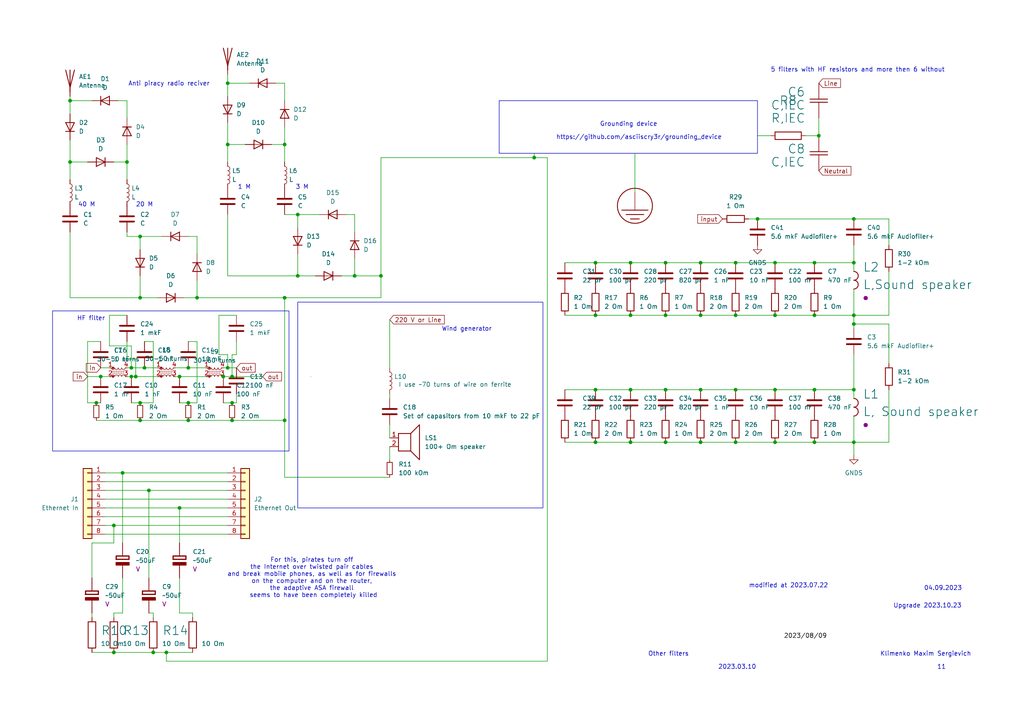
<source format=kicad_sch>
(kicad_sch (version 20231120) (generator "eeschema") (generator_version "8.0")
  (paper "A4")
  (lib_symbols
    (symbol "Device:Antenna" (pin_numbers hide) (pin_names (offset 1.016) hide)
      (property "Reference" "AE" (at -1.905 1.905 0))
      (property "Value" "Antenna" (at -1.905 0 0))
      (symbol "Antenna_0_1"
        (polyline (pts (xy 0 2.54) (xy 0 -3.81)) (stroke (width 0.254)))
        (polyline (pts (xy 1.27 2.54) (xy 0 -2.54) (xy -1.27 2.54)) (stroke (width 0.254)))
      )
      (symbol "Antenna_1_1"
        (pin input line (at 0 -5.08 90) (length 2.54) (name "A") (number "1"))
      )
    )
    (symbol "Device:C" (pin_numbers hide) (pin_names (offset 0.254))
      (property "Reference" "C" (at 0.635 2.54 0))
      (property "Value" "C" (at 0.635 -2.54 0))
      (symbol "C_0_1"
        (polyline (pts (xy -2.032 -0.762) (xy 2.032 -0.762)) (stroke (width 0.508)))
        (polyline (pts (xy -2.032 0.762) (xy 2.032 0.762)) (stroke (width 0.508)))
      )
      (symbol "C_1_1"
        (pin passive line (at 0 3.81 270) (length 2.794) (name "~") (number "1"))
        (pin passive line (at 0 -3.81 90) (length 2.794) (name "~") (number "2"))
      )
    )
    (symbol "Device:D" (pin_numbers hide) (pin_names (offset 1.016) hide)
      (property "Reference" "D" (at 0 2.54 0))
      (property "Value" "D" (at 0 -2.54 0))
      (symbol "D_0_1"
        (polyline (pts (xy -1.27 1.27) (xy -1.27 -1.27)) (stroke (width 0.254)))
        (polyline (pts (xy 1.27 0) (xy -1.27 0)))
        (polyline (pts (xy 1.27 1.27) (xy 1.27 -1.27) (xy -1.27 0) (xy 1.27 1.27)) (stroke (width 0.254)))
      )
      (symbol "D_1_1"
        (pin passive line (at -3.81 0 0) (length 2.54) (name "K") (number "1"))
        (pin passive line (at 3.81 0 180) (length 2.54) (name "A") (number "2"))
      )
    )
    (symbol "Device:L" (pin_numbers hide) (pin_names (offset 1.016) hide)
      (property "Reference" "L" (at -1.27 0 90))
      (property "Value" "L" (at 1.905 0 90))
      (symbol "L_0_1"
        (arc (start 0 -2.54) (mid 0.6323 -1.905) (end 0 -1.27))
        (arc (start 0 -1.27) (mid 0.6323 -0.635) (end 0 0))
        (arc (start 0 0) (mid 0.6323 0.635) (end 0 1.27))
        (arc (start 0 1.27) (mid 0.6323 1.905) (end 0 2.54))
      )
      (symbol "L_1_1"
        (pin passive line (at 0 3.81 270) (length 1.27) (name "1") (number "1"))
        (pin passive line (at 0 -3.81 90) (length 1.27) (name "2") (number "2"))
      )
    )
    (symbol "Device:L_Ferrite_Coupled_Small_1423" (pin_names (offset 0.254) hide)
      (property "Reference" "L" (at 0 3.175 0))
      (property "Value" "L_Ferrite_Coupled_Small_1423" (at 0 -3.175 0))
      (symbol "L_Ferrite_Coupled_Small_1423_0_1"
        (arc (start -2.032 1.27) (mid -1.524 0.7642) (end -1.016 1.27))
        (circle (center -1.524 -1.27) (radius 0.254) (fill (type outline)))
        (circle (center -1.524 1.27) (radius 0.254) (fill (type outline)))
        (arc (start -1.016 -1.27) (mid -1.524 -0.7642) (end -2.032 -1.27))
        (arc (start -1.016 1.27) (mid -0.508 0.7642) (end 0 1.27))
        (arc (start 0 -1.27) (mid -0.508 -0.7642) (end -1.016 -1.27))
        (polyline (pts (xy -1.651 0.254) (xy -1.397 0.254)))
        (polyline (pts (xy -1.397 -0.254) (xy -1.651 -0.254)))
        (polyline (pts (xy -1.143 0.254) (xy -0.889 0.254)))
        (polyline (pts (xy -0.889 -0.254) (xy -1.143 -0.254)))
        (polyline (pts (xy -0.635 0.254) (xy -0.381 0.254)))
        (polyline (pts (xy -0.381 -0.254) (xy -0.635 -0.254)))
        (polyline (pts (xy -0.127 0.254) (xy 0.127 0.254)))
        (polyline (pts (xy 0.127 -0.254) (xy -0.127 -0.254)))
        (polyline (pts (xy 0.381 0.254) (xy 0.635 0.254)))
        (polyline (pts (xy 0.635 -0.254) (xy 0.381 -0.254)))
        (polyline (pts (xy 0.889 0.254) (xy 1.143 0.254)))
        (polyline (pts (xy 1.143 -0.254) (xy 0.889 -0.254)))
        (polyline (pts (xy 1.397 0.254) (xy 1.651 0.254)))
        (polyline (pts (xy 1.651 -0.254) (xy 1.397 -0.254)))
        (arc (start 0 1.27) (mid 0.508 0.7642) (end 1.016 1.27))
        (arc (start 1.016 -1.27) (mid 0.508 -0.7642) (end 0 -1.27))
        (arc (start 1.016 1.27) (mid 1.524 0.7642) (end 2.032 1.27))
        (arc (start 2.032 -1.27) (mid 1.524 -0.7642) (end 1.016 -1.27))
      )
      (symbol "L_Ferrite_Coupled_Small_1423_1_1"
        (pin passive line (at -2.54 1.27 0) (length 0.508) (name "1") (number "1"))
        (pin passive line (at -2.54 -1.27 0) (length 0.508) (name "2") (number "2"))
        (pin passive line (at 2.54 -1.27 180) (length 0.508) (name "3") (number "3"))
        (pin passive line (at 2.54 1.27 180) (length 0.508) (name "4") (number "4"))
      )
    )
    (symbol "Device:R" (pin_numbers hide) (pin_names (offset 0))
      (property "Reference" "R" (at 2.032 0 90))
      (property "Value" "R" (at 0 0 90))
      (symbol "R_0_1"
        (rectangle (start -1.016 -2.54) (end 1.016 2.54) (stroke (width 0.254)))
      )
      (symbol "R_1_1"
        (pin passive line (at 0 3.81 270) (length 1.27) (name "~") (number "1"))
        (pin passive line (at 0 -3.81 90) (length 1.27) (name "~") (number "2"))
      )
    )
    (symbol "Device:R_Small" (pin_numbers hide) (pin_names (offset 0.254) hide)
      (property "Reference" "R" (at 0.762 0.508 0))
      (property "Value" "R_Small" (at 0.762 -1.016 0))
      (symbol "R_Small_0_1"
        (rectangle (start -0.762 1.778) (end 0.762 -1.778) (stroke (width 0.2032)))
      )
      (symbol "R_Small_1_1"
        (pin passive line (at 0 2.54 270) (length 0.762) (name "~") (number "1"))
        (pin passive line (at 0 -2.54 90) (length 0.762) (name "~") (number "2"))
      )
    )
    (symbol "Device:Speaker" (pin_names (offset 0) hide)
      (property "Reference" "LS" (at 1.27 5.715 0))
      (property "Value" "Speaker" (at 1.27 3.81 0))
      (symbol "Speaker_0_0"
        (rectangle (start -2.54 1.27) (end 1.016 -3.81) (stroke (width 0.254)))
        (polyline (pts (xy 1.016 1.27) (xy 3.556 3.81) (xy 3.556 -6.35) (xy 1.016 -3.81)) (stroke (width 0.254)))
      )
      (symbol "Speaker_1_1"
        (pin input line (at -5.08 0 0) (length 2.54) (name "1") (number "1"))
        (pin input line (at -5.08 -2.54 0) (length 2.54) (name "2") (number "2"))
      )
    )
    (symbol "PCM_4ms_Connector:Conn_01x08" (pin_names (offset 1.016) hide)
      (property "Reference" "J" (at 0 10.16 0))
      (property "Value" "Conn_01x08" (at -1.27 -13.97 0))
      (symbol "Conn_01x08_0_0"
        (pin passive line (at -5.08 -2.54 0) (length 3.81) (name "Pin_5") (number "5"))
        (pin passive line (at -5.08 -5.08 0) (length 3.81) (name "Pin_6") (number "6"))
        (pin passive line (at -5.08 -7.62 0) (length 3.81) (name "Pin_7") (number "7"))
        (pin passive line (at -5.08 -10.16 0) (length 3.81) (name "Pin_8") (number "8"))
      )
      (symbol "Conn_01x08_1_1"
        (rectangle (start -1.27 -10.033) (end 0 -10.287) (stroke (width 0.1524)))
        (rectangle (start -1.27 -7.493) (end 0 -7.747) (stroke (width 0.1524)))
        (rectangle (start -1.27 -4.953) (end 0 -5.207) (stroke (width 0.1524)))
        (rectangle (start -1.27 -2.413) (end 0 -2.667) (stroke (width 0.1524)))
        (rectangle (start -1.27 0.127) (end 0 -0.127) (stroke (width 0.1524)))
        (rectangle (start -1.27 2.667) (end 0 2.413) (stroke (width 0.1524)))
        (rectangle (start -1.27 5.207) (end 0 4.953) (stroke (width 0.1524)))
        (rectangle (start -1.27 7.747) (end 0 7.493) (stroke (width 0.1524)))
        (rectangle (start -1.27 8.89) (end 1.27 -11.43) (stroke (width 0.254)) (fill (type background)))
        (pin passive line (at -5.08 7.62 0) (length 3.81) (name "Pin_1") (number "1"))
        (pin passive line (at -5.08 5.08 0) (length 3.81) (name "Pin_2") (number "2"))
        (pin passive line (at -5.08 2.54 0) (length 3.81) (name "Pin_3") (number "3"))
        (pin passive line (at -5.08 0 0) (length 3.81) (name "Pin_4") (number "4"))
      )
    )
    (symbol "PCM_Elektuur:C-polar" (pin_numbers hide) (pin_names (offset 0) hide)
      (property "Reference" "C" (at 0.635 3.175 0))
      (property "Value" "C-polar" (at 0.635 -3.175 0))
      (property "Rating" "V" (at -0.635 -3.175 0))
      (symbol "C-polar_1_1"
        (rectangle (start -1.905 -0.5842) (end 1.905 -1.3462) (stroke (width 0.254)) (fill (type outline)))
        (polyline (pts (xy -1.905 0.2794) (xy 1.905 0.2794) (xy 1.905 1.3462) (xy -1.905 1.3462) (xy -1.905 0.2794) (xy -1.8034 0.381) (xy -1.8034 1.2446) (xy 1.8034 1.2446) (xy 1.8034 0.381) (xy -1.8034 0.381) (xy -1.905 0.2794)) (stroke (width 0.254)) (fill (type outline)))
        (pin passive line (at 0 5.08 270) (length 3.7338) (name "+") (number "1"))
        (pin passive line (at 0 -5.08 90) (length 3.7338) (name "-") (number "2"))
      )
      (symbol "C-polar_1_2"
        (rectangle (start -1.905 -0.4318) (end 1.905 -1.1938) (stroke (width 0.254)) (fill (type outline)))
        (polyline (pts (xy -1.905 0.4318) (xy 1.905 0.4318) (xy 1.905 1.4986) (xy -1.905 1.4986) (xy -1.905 0.4318) (xy -1.8034 0.5334) (xy -1.8034 1.397) (xy 1.8034 1.397) (xy 1.8034 0.5334) (xy -1.8034 0.5334) (xy -1.905 0.4318)) (stroke (width 0.254)) (fill (type outline)))
        (pin passive line (at 0 5.08 270) (length 3.5814) (name "+") (number "1"))
        (pin passive line (at 0 -5.08 90) (length 3.8862) (name "-") (number "2"))
      )
    )
    (symbol "PCM_Generic:C,IEC" (pin_numbers hide) (pin_names (offset 0) hide)
      (property "Reference" "C" (at 2.54 2.54 0))
      (property "Value" "C,IEC" (at 2.54 -2.54 0))
      (property "Indicator" "+" (at -2.54 2.54 0))
      (symbol "C,IEC_1_1"
        (polyline (pts (xy -2.54 -0.4572) (xy 2.54 -0.4572)) (stroke (width 0.254)))
        (polyline (pts (xy -2.54 0.4572) (xy 2.54 0.4572)) (stroke (width 0.254)))
        (pin passive line (at 0 5.08 270) (length 4.6228) (name "+") (number "1"))
        (pin passive line (at 0 -5.08 90) (length 4.6228) (name "-") (number "2"))
      )
    )
    (symbol "PCM_Generic:L,current,IEC" (pin_numbers hide) (pin_names (offset 0) hide)
      (property "Reference" "L" (at 2.54 2.54 0))
      (property "Value" "L,current,IEC" (at 2.54 -2.54 0))
      (property "Indicator" "●" (at -1.27 1.27 0))
      (symbol "L,current,IEC_1_1"
        (arc (start 0 -2.54) (mid 1.2645 -1.27) (end 0 0) (stroke (width 0.254)))
        (arc (start 0 0) (mid 1.2645 1.27) (end 0 2.54) (stroke (width 0.254)))
        (pin passive line (at 0 2.54 0) (length 0) (name "+") (number "1"))
        (pin passive line (at 0 -2.54 0) (length 0) (name "-") (number "2"))
      )
    )
    (symbol "PCM_Generic:P,PE" (power) (pin_numbers hide) (pin_names (offset 3.81))
      (symbol "P,PE_1_1"
        (circle (center 0 -3.81) (radius 5.08) (stroke (width 0.254)))
        (polyline (pts (xy -3.81 -5.08) (xy 3.81 -5.08)) (stroke (width 0.254)))
        (polyline (pts (xy -2.54 -6.35) (xy 2.54 -6.35)) (stroke (width 0.254)))
        (polyline (pts (xy -1.27 -7.62) (xy 1.27 -7.62)) (stroke (width 0.254)))
        (polyline (pts (xy 0 0) (xy 0 -5.08)))
        (pin power_in line (at 0 0 0) (length 0) hide (name "PE") (number "0"))
      )
    )
    (symbol "PCM_Generic:R,IEC" (pin_numbers hide) (pin_names (offset 0) hide)
      (property "Reference" "R" (at 2.54 2.54 0))
      (property "Value" "R,IEC" (at 2.54 -2.54 0))
      (symbol "R,IEC_1_1"
        (rectangle (start -1.0922 3.81) (end 1.0922 -3.81) (stroke (width 0.254)))
        (pin passive line (at 0 5.08 270) (length 1.27) (name "+") (number "1"))
        (pin passive line (at 0 -5.08 90) (length 1.27) (name "-") (number "2"))
      )
    )
    (symbol "power:GNDS" (power) (pin_numbers hide) (pin_names (offset 0) hide)
      (property "Value" "GNDS" (at 0 -3.81 0))
      (symbol "GNDS_0_1"
        (polyline (pts (xy 0 0) (xy 0 -1.27) (xy 1.27 -1.27) (xy 0 -2.54) (xy -1.27 -1.27) (xy 0 -1.27)))
      )
      (symbol "GNDS_1_1"
        (pin power_in line (at 0 0 270) (length 0) (name "~") (number "1"))
      )
    )
  )
  (junction (at 203.2 76.2))
  (junction (at 224.79 113.03))
  (junction (at 172.72 91.44))
  (junction (at 54.61 116.84))
  (junction (at 29.21 109.22))
  (junction (at 40.64 68.58))
  (junction (at 40.64 116.84))
  (junction (at 224.79 91.44))
  (junction (at 67.31 116.84))
  (junction (at 247.65 128.27))
  (junction (at 52.07 109.22))
  (junction (at 182.88 76.2))
  (junction (at 110.49 80.01))
  (junction (at 213.36 91.44))
  (junction (at 66.04 41.91))
  (junction (at 247.65 76.2))
  (junction (at 33.02 189.23))
  (junction (at 172.72 76.2))
  (junction (at 20.32 29.21))
  (junction (at 236.22 91.44))
  (junction (at 236.22 113.03))
  (junction (at 41.91 106.68))
  (junction (at 247.65 91.44))
  (junction (at 82.55 121.92))
  (junction (at 236.22 76.2))
  (junction (at 40.64 86.36))
  (junction (at 219.71 63.5))
  (junction (at 247.65 113.03))
  (junction (at 182.88 128.27))
  (junction (at 35.56 137.16))
  (junction (at 66.04 24.13))
  (junction (at 236.22 128.27))
  (junction (at 86.36 62.23))
  (junction (at 172.72 113.03))
  (junction (at 102.87 80.01))
  (junction (at 27.94 116.84))
  (junction (at 67.31 121.92))
  (junction (at 154.94 45.72))
  (junction (at 86.36 80.01))
  (junction (at 57.15 86.36))
  (junction (at 247.65 93.98))
  (junction (at 44.45 189.23))
  (junction (at 172.72 128.27))
  (junction (at 203.2 113.03))
  (junction (at 213.36 113.03))
  (junction (at 54.61 106.68))
  (junction (at 213.36 76.2))
  (junction (at 43.18 142.24))
  (junction (at 33.02 152.4))
  (junction (at 67.31 109.22))
  (junction (at 38.1 106.68))
  (junction (at 224.79 76.2))
  (junction (at 52.07 147.32))
  (junction (at 213.36 128.27))
  (junction (at 193.04 113.03))
  (junction (at 40.64 121.92))
  (junction (at 20.32 46.99))
  (junction (at 237.49 39.37))
  (junction (at 48.26 189.23))
  (junction (at 39.37 109.22))
  (junction (at 38.1 109.22))
  (junction (at 203.2 91.44))
  (junction (at 193.04 128.27))
  (junction (at 54.61 121.92))
  (junction (at 203.2 128.27))
  (junction (at 36.83 46.99))
  (junction (at 64.77 109.22))
  (junction (at 66.04 106.68))
  (junction (at 193.04 91.44))
  (junction (at 82.55 86.36))
  (junction (at 82.55 41.91))
  (junction (at 182.88 91.44))
  (junction (at 193.04 76.2))
  (junction (at 182.88 113.03))
  (junction (at 224.79 128.27))
  (junction (at 247.65 63.5))
  (wire (pts (xy 20.32 46.99) (xy 20.32 52.07)))
  (wire (pts (xy 78.74 41.91) (xy 82.55 41.91)))
  (wire (pts (xy 57.15 99.06) (xy 57.15 116.84)))
  (wire (pts (xy 33.02 152.4) (xy 66.04 152.4)))
  (wire (pts (xy 66.04 106.68) (xy 68.58 106.68)))
  (wire (pts (xy 86.36 80.01) (xy 91.44 80.01)))
  (wire (pts (xy 247.65 120.65) (xy 247.65 128.27)))
  (wire (pts (xy 30.48 142.24) (xy 43.18 142.24)))
  (wire (pts (xy 54.61 99.06) (xy 57.15 99.06)))
  (wire (pts (xy 224.79 128.27) (xy 236.22 128.27)))
  (wire (pts (xy 68.58 99.06) (xy 68.58 102.87)))
  (wire (pts (xy 63.5 91.44) (xy 63.5 102.87)))
  (wire (pts (xy 31.75 91.44) (xy 31.75 100.33)))
  (wire (pts (xy 163.83 76.2) (xy 172.72 76.2)))
  (wire (pts (xy 40.64 80.01) (xy 40.64 86.36)))
  (wire (pts (xy 113.03 138.43) (xy 82.55 138.43)))
  (wire (pts (xy 172.72 128.27) (xy 182.88 128.27)))
  (wire (pts (xy 44.45 177.8) (xy 44.45 179.07)))
  (wire (pts (xy 66.04 41.91) (xy 66.04 46.99)))
  (wire (pts (xy 193.04 91.44) (xy 203.2 91.44)))
  (wire (pts (xy 25.4 109.22) (xy 29.21 109.22)))
  (wire (pts (xy 38.1 100.33) (xy 38.1 106.68)))
  (wire (pts (xy 26.67 157.48) (xy 33.02 157.48)))
  (wire (pts (xy 66.04 62.23) (xy 66.04 80.01)))
  (wire (pts (xy 20.32 46.99) (xy 25.4 46.99)))
  (wire (pts (xy 57.15 73.66) (xy 57.15 68.58)))
  (wire (pts (xy 158.75 45.72) (xy 154.94 45.72)))
  (wire (pts (xy 33.02 177.8) (xy 33.02 179.07)))
  (wire (pts (xy 82.55 86.36) (xy 110.49 86.36)))
  (wire (pts (xy 66.04 21.59) (xy 66.04 24.13)))
  (wire (pts (xy 57.15 68.58) (xy 54.61 68.58)))
  (wire (pts (xy 66.04 24.13) (xy 66.04 27.94)))
  (wire (pts (xy 76.2 109.22) (xy 67.31 109.22)))
  (wire (pts (xy 110.49 45.72) (xy 154.94 45.72)))
  (wire (pts (xy 213.36 91.44) (xy 224.79 91.44)))
  (wire (pts (xy 35.56 137.16) (xy 66.04 137.16)))
  (wire (pts (xy 182.88 76.2) (xy 193.04 76.2)))
  (wire (pts (xy 57.15 116.84) (xy 54.61 116.84)))
  (wire (pts (xy 33.02 189.23) (xy 44.45 189.23)))
  (wire (pts (xy 54.61 121.92) (xy 67.31 121.92)))
  (wire (pts (xy 82.55 62.23) (xy 86.36 62.23)))
  (wire (pts (xy 163.83 128.27) (xy 172.72 128.27)))
  (wire (pts (xy 36.83 68.58) (xy 40.64 68.58)))
  (wire (pts (xy 247.65 78.74) (xy 247.65 76.2)))
  (wire (pts (xy 36.83 109.22) (xy 38.1 109.22)))
  (wire (pts (xy 102.87 80.01) (xy 110.49 80.01)))
  (wire (pts (xy 27.94 116.84) (xy 29.21 116.84)))
  (wire (pts (xy 203.2 91.44) (xy 213.36 91.44)))
  (wire (pts (xy 213.36 128.27) (xy 224.79 128.27)))
  (wire (pts (xy 25.4 116.84) (xy 27.94 116.84)))
  (wire (pts (xy 213.36 76.2) (xy 224.79 76.2)))
  (wire (pts (xy 217.17 63.5) (xy 219.71 63.5)))
  (wire (pts (xy 184.15 44.45) (xy 184.15 55.88)))
  (wire (pts (xy 82.55 41.91) (xy 82.55 46.99)))
  (wire (pts (xy 55.88 177.8) (xy 55.88 179.07)))
  (wire (pts (xy 33.02 157.48) (xy 33.02 152.4)))
  (wire (pts (xy 247.65 91.44) (xy 247.65 93.98)))
  (wire (pts (xy 163.83 91.44) (xy 172.72 91.44)))
  (wire (pts (xy 182.88 91.44) (xy 193.04 91.44)))
  (wire (pts (xy 172.72 91.44) (xy 182.88 91.44)))
  (wire (pts (xy 48.26 191.77) (xy 48.26 189.23)))
  (wire (pts (xy 41.91 99.06) (xy 44.45 99.06)))
  (wire (pts (xy 113.03 123.19) (xy 113.03 127)))
  (wire (pts (xy 247.65 71.12) (xy 247.65 76.2)))
  (wire (pts (xy 25.4 99.06) (xy 25.4 116.84)))
  (wire (pts (xy 36.83 46.99) (xy 36.83 41.91)))
  (wire (pts (xy 224.79 76.2) (xy 236.22 76.2)))
  (wire (pts (xy 53.34 86.36) (xy 57.15 86.36)))
  (wire (pts (xy 40.64 116.84) (xy 38.1 116.84)))
  (wire (pts (xy 247.65 113.03) (xy 247.65 115.57)))
  (wire (pts (xy 40.64 68.58) (xy 40.64 72.39)))
  (wire (pts (xy 203.2 76.2) (xy 213.36 76.2)))
  (wire (pts (xy 224.79 91.44) (xy 236.22 91.44)))
  (wire (pts (xy 30.48 154.94) (xy 66.04 154.94)))
  (wire (pts (xy 30.48 139.7) (xy 66.04 139.7)))
  (wire (pts (xy 113.03 92.71) (xy 113.03 106.68)))
  (wire (pts (xy 236.22 91.44) (xy 247.65 91.44)))
  (wire (pts (xy 55.88 177.8) (xy 52.07 177.8)))
  (wire (pts (xy 52.07 147.32) (xy 66.04 147.32)))
  (wire (pts (xy 54.61 116.84) (xy 52.07 116.84)))
  (wire (pts (xy 36.83 106.68) (xy 38.1 106.68)))
  (wire (pts (xy 20.32 40.64) (xy 20.32 46.99)))
  (wire (pts (xy 224.79 113.03) (xy 236.22 113.03)))
  (wire (pts (xy 35.56 177.8) (xy 35.56 167.64)))
  (wire (pts (xy 182.88 113.03) (xy 193.04 113.03)))
  (wire (pts (xy 99.06 80.01) (xy 102.87 80.01)))
  (wire (pts (xy 102.87 80.01) (xy 102.87 74.93)))
  (wire (pts (xy 82.55 86.36) (xy 82.55 121.92)))
  (wire (pts (xy 26.67 177.8) (xy 26.67 179.07)))
  (wire (pts (xy 66.04 80.01) (xy 86.36 80.01)))
  (wire (pts (xy 20.32 27.94) (xy 20.32 29.21)))
  (wire (pts (xy 33.02 46.99) (xy 36.83 46.99)))
  (wire (pts (xy 110.49 80.01) (xy 110.49 86.36)))
  (wire (pts (xy 57.15 86.36) (xy 57.15 81.28)))
  (wire (pts (xy 48.26 191.77) (xy 158.75 191.77)))
  (wire (pts (xy 86.36 73.66) (xy 86.36 80.01)))
  (wire (pts (xy 36.83 99.06) (xy 36.83 104.14)))
  (wire (pts (xy 154.94 44.45) (xy 154.94 45.72)))
  (wire (pts (xy 82.55 138.43) (xy 82.55 121.92)))
  (wire (pts (xy 39.37 109.22) (xy 45.72 109.22)))
  (wire (pts (xy 30.48 147.32) (xy 52.07 147.32)))
  (wire (pts (xy 163.83 113.03) (xy 172.72 113.03)))
  (wire (pts (xy 257.81 63.5) (xy 257.81 71.12)))
  (wire (pts (xy 82.55 29.21) (xy 82.55 24.13)))
  (wire (pts (xy 233.68 39.37) (xy 237.49 39.37)))
  (wire (pts (xy 247.65 63.5) (xy 257.81 63.5)))
  (wire (pts (xy 236.22 76.2) (xy 247.65 76.2)))
  (wire (pts (xy 40.64 86.36) (xy 45.72 86.36)))
  (wire (pts (xy 44.45 99.06) (xy 44.45 116.84)))
  (wire (pts (xy 219.71 63.5) (xy 247.65 63.5)))
  (wire (pts (xy 36.83 104.14) (xy 39.37 104.14)))
  (wire (pts (xy 68.58 116.84) (xy 68.58 114.3)))
  (wire (pts (xy 247.65 128.27) (xy 247.65 132.08)))
  (wire (pts (xy 213.36 113.03) (xy 224.79 113.03)))
  (wire (pts (xy 193.04 113.03) (xy 203.2 113.03)))
  (wire (pts (xy 67.31 109.22) (xy 64.77 109.22)))
  (wire (pts (xy 52.07 177.8) (xy 52.07 167.64)))
  (wire (pts (xy 44.45 116.84) (xy 40.64 116.84)))
  (wire (pts (xy 67.31 102.87) (xy 67.31 109.22)))
  (wire (pts (xy 41.91 106.68) (xy 45.72 106.68)))
  (wire (pts (xy 86.36 62.23) (xy 86.36 66.04)))
  (wire (pts (xy 36.83 67.31) (xy 36.83 68.58)))
  (wire (pts (xy 68.58 102.87) (xy 67.31 102.87)))
  (wire (pts (xy 257.81 113.03) (xy 257.81 128.27)))
  (wire (pts (xy 203.2 113.03) (xy 213.36 113.03)))
  (wire (pts (xy 219.71 39.37) (xy 223.52 39.37)))
  (wire (pts (xy 82.55 24.13) (xy 80.01 24.13)))
  (wire (pts (xy 52.07 147.32) (xy 52.07 157.48)))
  (wire (pts (xy 158.75 45.72) (xy 158.75 191.77)))
  (wire (pts (xy 82.55 41.91) (xy 82.55 36.83)))
  (wire (pts (xy 66.04 102.87) (xy 66.04 106.68)))
  (wire (pts (xy 63.5 102.87) (xy 66.04 102.87)))
  (wire (pts (xy 247.65 83.82) (xy 247.65 91.44)))
  (wire (pts (xy 102.87 67.31) (xy 102.87 62.23)))
  (wire (pts (xy 237.49 34.29) (xy 237.49 39.37)))
  (wire (pts (xy 20.32 29.21) (xy 20.32 33.02)))
  (wire (pts (xy 113.03 129.54) (xy 113.03 133.35)))
  (wire (pts (xy 30.48 144.78) (xy 66.04 144.78)))
  (wire (pts (xy 172.72 76.2) (xy 182.88 76.2)))
  (wire (pts (xy 92.71 62.23) (xy 86.36 62.23)))
  (wire (pts (xy 257.81 128.27) (xy 247.65 128.27)))
  (wire (pts (xy 48.26 189.23) (xy 55.88 189.23)))
  (wire (pts (xy 26.67 29.21) (xy 20.32 29.21)))
  (wire (pts (xy 43.18 142.24) (xy 43.18 167.64)))
  (wire (pts (xy 39.37 104.14) (xy 39.37 109.22)))
  (wire (pts (xy 44.45 177.8) (xy 43.18 177.8)))
  (wire (pts (xy 236.22 128.27) (xy 247.65 128.27)))
  (wire (pts (xy 52.07 109.22) (xy 59.69 109.22)))
  (wire (pts (xy 54.61 106.68) (xy 59.69 106.68)))
  (wire (pts (xy 40.64 121.92) (xy 54.61 121.92)))
  (wire (pts (xy 193.04 128.27) (xy 203.2 128.27)))
  (wire (pts (xy 203.2 128.27) (xy 213.36 128.27)))
  (wire (pts (xy 29.21 109.22) (xy 31.75 109.22)))
  (wire (pts (xy 257.81 93.98) (xy 257.81 105.41)))
  (wire (pts (xy 30.48 137.16) (xy 35.56 137.16)))
  (wire (pts (xy 33.02 177.8) (xy 35.56 177.8)))
  (wire (pts (xy 38.1 109.22) (xy 39.37 109.22)))
  (wire (pts (xy 247.65 102.87) (xy 247.65 113.03)))
  (wire (pts (xy 38.1 106.68) (xy 41.91 106.68)))
  (wire (pts (xy 182.88 128.27) (xy 193.04 128.27)))
  (wire (pts (xy 64.77 116.84) (xy 67.31 116.84)))
  (wire (pts (xy 68.58 91.44) (xy 63.5 91.44)))
  (wire (pts (xy 66.04 35.56) (xy 66.04 41.91)))
  (wire (pts (xy 193.04 76.2) (xy 203.2 76.2)))
  (wire (pts (xy 172.72 113.03) (xy 182.88 113.03)))
  (wire (pts (xy 36.83 46.99) (xy 36.83 52.07)))
  (wire (pts (xy 247.65 93.98) (xy 257.81 93.98)))
  (wire (pts (xy 257.81 78.74) (xy 257.81 91.44)))
  (wire (pts (xy 50.8 106.68) (xy 54.61 106.68)))
  (wire (pts (xy 26.67 157.48) (xy 26.67 167.64)))
  (wire (pts (xy 236.22 113.03) (xy 247.65 113.03)))
  (wire (pts (xy 27.94 121.92) (xy 40.64 121.92)))
  (wire (pts (xy 30.48 152.4) (xy 33.02 152.4)))
  (wire (pts (xy 110.49 80.01) (xy 110.49 45.72)))
  (wire (pts (xy 102.87 62.23) (xy 100.33 62.23)))
  (wire (pts (xy 36.83 91.44) (xy 31.75 91.44)))
  (wire (pts (xy 67.31 116.84) (xy 68.58 116.84)))
  (wire (pts (xy 43.18 142.24) (xy 66.04 142.24)))
  (wire (pts (xy 31.75 100.33) (xy 38.1 100.33)))
  (wire (pts (xy 113.03 115.57) (xy 113.03 114.3)))
  (wire (pts (xy 29.21 99.06) (xy 25.4 99.06)))
  (wire (pts (xy 44.45 189.23) (xy 48.26 189.23)))
  (wire (pts (xy 57.15 86.36) (xy 82.55 86.36)))
  (wire (pts (xy 67.31 121.92) (xy 82.55 121.92)))
  (wire (pts (xy 66.04 41.91) (xy 71.12 41.91)))
  (wire (pts (xy 29.21 106.68) (xy 31.75 106.68)))
  (wire (pts (xy 26.67 189.23) (xy 33.02 189.23)))
  (wire (pts (xy 247.65 93.98) (xy 247.65 95.25)))
  (wire (pts (xy 20.32 86.36) (xy 40.64 86.36)))
  (wire (pts (xy 36.83 29.21) (xy 34.29 29.21)))
  (wire (pts (xy 20.32 67.31) (xy 20.32 86.36)))
  (wire (pts (xy 30.48 149.86) (xy 66.04 149.86)))
  (wire (pts (xy 35.56 137.16) (xy 35.56 157.48)))
  (wire (pts (xy 72.39 24.13) (xy 66.04 24.13)))
  (wire (pts (xy 36.83 34.29) (xy 36.83 29.21)))
  (wire (pts (xy 46.99 68.58) (xy 40.64 68.58)))
  (wire (pts (xy 64.77 106.68) (xy 66.04 106.68)))
  (wire (pts (xy 50.8 109.22) (xy 52.07 109.22)))
  (wire (pts (xy 257.81 91.44) (xy 247.65 91.44)))
  (rectangle (start 86.36 87.63) (end 157.48 147.32))
  (rectangle (start 90.17 109.22) (end 90.17 109.22))
  (rectangle (start 15.24 90.17) (end 83.82 130.81))
  (rectangle (start 144.78 29.21) (end 219.71 44.45))
  (text "Upgrade 2023.10.23\n" (at 259.08 176.53 0) (effects (font (size 1.27 1.27)) (justify left bottom)))
  (text "Grounding device" (at 173.99 36.83 0) (effects (font (size 1.27 1.27)) (justify left bottom)))
  (text "For this, pirates turn off \nthe Internet over twisted pair cables \nand break mobile phones, as well as for firewalls \non the computer and on the router, \nthe adaptive ASA firewall \nseems to have been completely killed" (at 90.932 167.64 0) (effects (font (size 1.27 1.27))))
  (text "2023.03.10\n" (at 208.28 194.31 0) (effects (font (size 1.27 1.27)) (justify left bottom)))
  (text "5 filters with HF resistors and more then 6 without" (at 223.52 21.082 0) (effects (font (size 1.27 1.27)) (justify left bottom)))
  (text "Wind generator\n" (at 135.382 95.504 0) (effects (font (size 1.27 1.27))))
  (text "04.09.2023" (at 267.97 171.45 0) (effects (font (size 1.27 1.27)) (justify left bottom)))
  (text "Klimenko Maxim Sergievich" (at 255.27 190.5 0) (effects (font (size 1.27 1.27)) (justify left bottom)))
  (text "40 M\n" (at 25.146 59.436 0) (effects (font (size 1.27 1.27))))
  (text "1 M\n" (at 70.866 54.356 0) (effects (font (size 1.27 1.27))))
  (text "https://github.com/asciiscry3r/grounding_device" (at 161.29 40.64 0) (effects (font (size 1.27 1.27)) (justify left bottom)))
  (text "HF filter\n" (at 26.416 92.456 0) (effects (font (size 1.27 1.27))))
  (text "Anti piracy radio reciver\n" (at 49.022 24.384 0) (effects (font (size 1.27 1.27))))
  (text "11\n" (at 271.78 194.31 0) (effects (font (size 1.27 1.27)) (justify left bottom)))
  (text "20 M" (at 41.91 59.436 0) (effects (font (size 1.27 1.27))))
  (text "Other filters\n" (at 187.96 190.5 0) (effects (font (size 1.27 1.27)) (justify left bottom)))
  (text "3 M" (at 87.63 54.356 0) (effects (font (size 1.27 1.27))))
  (text "modified at 2023.07.22\n\n" (at 217.17 172.72 0) (effects (font (size 1.27 1.27)) (justify left bottom)))
  (label "2023{slash}08{slash}09" (at 227.33 185.42 0))
  (global_label "out" (shape input) (at 76.2 109.22 0) (property "Intersheetrefs" "${INTERSHEET_REFS}" (effects (hide yes))))
  (global_label "input" (shape input) (at 209.55 63.5 180) (property "Intersheetrefs" "${INTERSHEET_REFS}" (effects (hide yes))))
  (global_label "out" (shape input) (at 68.58 106.68 0) (property "Intersheetrefs" "${INTERSHEET_REFS}" (effects (hide yes))))
  (global_label "in" (shape input) (at 25.4 109.22 180) (property "Intersheetrefs" "${INTERSHEET_REFS}" (effects (hide yes))))
  (global_label "220 V or Line" (shape input) (at 113.03 92.71 0) (property "Intersheetrefs" "${INTERSHEET_REFS}" (effects (hide yes))))
  (global_label "Neutral" (shape input) (at 237.49 49.53 0) (property "Intersheetrefs" "${INTERSHEET_REFS}" (effects (hide yes))))
  (global_label "in" (shape input) (at 29.21 106.68 180) (property "Intersheetrefs" "${INTERSHEET_REFS}" (effects (hide yes))))
  (global_label "Line" (shape input) (at 237.49 24.13 0) (property "Intersheetrefs" "${INTERSHEET_REFS}" (effects (hide yes))))
  (symbol (lib_id "PCM_Generic:L,current,IEC") (at 247.65 118.11 0) (unit 1)
    (property "Reference" "L1" (at 250.19 114.2999 0) (effects (font (size 2.54 2.54)) (justify left)))
    (property "Value" "L, Sound speaker" (at 250.19 119.3799 0) (effects (font (size 2.54 2.54)) (justify left)))
    (property "Indicator" "●" (at 250.19 123.19 0) (effects (justify left)))
  )
  (symbol (lib_id "Device:D") (at 96.52 62.23 0) (unit 1)
    (property "Reference" "D15" (at 96.52 55.88 0))
    (property "Value" "D" (at 96.52 58.42 0))
    (property "Description" "Diode" (effects (hide yes)))
    (property "Sim.Device" "D" (effects (hide yes)))
    (property "Sim.Pins" "1=K 2=A" (effects (hide yes)))
  )
  (symbol (lib_id "Device:D") (at 40.64 76.2 90) (unit 1)
    (property "Reference" "D5" (at 43.18 74.9299 90) (effects (justify right)))
    (property "Value" "D" (at 43.18 77.4699 90) (effects (justify right)))
    (property "Description" "Diode" (effects (hide yes)))
    (property "Sim.Device" "D" (effects (hide yes)))
    (property "Sim.Pins" "1=K 2=A" (effects (hide yes)))
  )
  (symbol (lib_id "Device:R_Small") (at 27.94 119.38 0) (unit 1)
    (property "Reference" "R5" (at 30.48 118.1099 0) (effects (justify left)))
    (property "Value" "1 Om" (at 30.48 120.6499 0) (effects (justify left)))
    (property "Description" "Resistor, small symbol" (effects (hide yes)))
  )
  (symbol (lib_id "Device:L_Ferrite_Coupled_Small_1423") (at 62.23 107.95 0) (unit 1)
    (property "Reference" "L9" (at 62.23 101.9858 0))
    (property "Value" "30-50 turns" (at 62.23 104.5258 0))
    (property "Description" "Coupled inductor with ferrite core, small symbol" (effects (hide yes)))
  )
  (symbol (lib_id "Device:C") (at 203.2 80.01 0) (unit 1)
    (property "Reference" "C26" (at 207.01 78.7399 0) (effects (justify left)))
    (property "Value" "1 nF" (at 207.01 81.2799 0) (effects (justify left)))
    (property "Description" "Unpolarized capacitor" (effects (hide yes)))
  )
  (symbol (lib_id "PCM_Elektuur:C-polar") (at 26.67 172.72 0) (unit 1)
    (property "Reference" "C29" (at 30.48 170.18 0) (effects (justify left)))
    (property "Value" "~50uF" (at 30.48 172.72 0) (effects (justify left)))
    (property "Indicator" "+" (effects (hide yes)))
    (property "Rating" "V" (at 30.48 175.26 0) (effects (justify left)))
  )
  (symbol (lib_id "Device:C") (at 224.79 80.01 0) (unit 1)
    (property "Reference" "C22" (at 228.6 78.7399 0) (effects (justify left)))
    (property "Value" "100 nF" (at 228.6 81.2799 0) (effects (justify left)))
    (property "Description" "Unpolarized capacitor" (effects (hide yes)))
  )
  (symbol (lib_id "Device:D") (at 29.21 46.99 180) (unit 1)
    (property "Reference" "D3" (at 29.21 40.64 0))
    (property "Value" "D" (at 29.21 43.18 0))
    (property "Description" "Diode" (effects (hide yes)))
    (property "Sim.Device" "D" (effects (hide yes)))
    (property "Sim.Pins" "1=K 2=A" (effects (hide yes)))
  )
  (symbol (lib_id "Device:C") (at 29.21 113.03 0) (unit 1)
    (property "Reference" "C17" (at 33.02 111.7599 0) (effects (justify left)))
    (property "Value" "1 nF" (at 33.02 114.2999 0) (effects (justify left)))
    (property "Description" "Unpolarized capacitor" (effects (hide yes)))
  )
  (symbol (lib_id "Device:C") (at 236.22 116.84 0) (unit 1)
    (property "Reference" "C38" (at 240.03 115.5699 0) (effects (justify left)))
    (property "Value" "470 nF" (at 240.03 118.1099 0) (effects (justify left)))
    (property "Description" "Unpolarized capacitor" (effects (hide yes)))
  )
  (symbol (lib_id "PCM_Elektuur:C-polar") (at 35.56 162.56 0) (unit 1)
    (property "Reference" "C20" (at 39.37 160.02 0) (effects (justify left)))
    (property "Value" "~50uF" (at 39.37 162.56 0) (effects (justify left)))
    (property "Indicator" "+" (effects (hide yes)))
    (property "Rating" "V" (at 39.37 165.1 0) (effects (justify left)))
  )
  (symbol (lib_id "PCM_Generic:R,IEC") (at 26.67 184.15 0) (unit 1)
    (property "Reference" "R10" (at 29.21 182.8799 0) (effects (font (size 2.54 2.54)) (justify left)))
    (property "Value" "10 Om" (at 29.21 186.69 0) (effects (font (size 1.3 1.3)) (justify left)))
    (property "Indicator" "+" (effects (hide yes)))
  )
  (symbol (lib_id "Device:R_Small") (at 113.03 135.89 0) (unit 1)
    (property "Reference" "R11" (at 115.57 134.6199 0) (effects (justify left)))
    (property "Value" "100 kOm" (at 115.57 137.1599 0) (effects (justify left)))
    (property "Description" "Resistor, small symbol" (effects (hide yes)))
  )
  (symbol (lib_id "Device:C") (at 213.36 116.84 0) (unit 1)
    (property "Reference" "C36" (at 217.3096 115.5699 0) (effects (justify left)))
    (property "Value" "10 nF" (at 217.3096 118.1099 0) (effects (justify left)))
    (property "Description" "Unpolarized capacitor" (effects (hide yes)))
  )
  (symbol (lib_id "Device:D") (at 82.55 33.02 270) (unit 1)
    (property "Reference" "D12" (at 85.09 31.7499 90) (effects (justify left)))
    (property "Value" "D" (at 85.09 34.2899 90) (effects (justify left)))
    (property "Description" "Diode" (effects (hide yes)))
    (property "Sim.Device" "D" (effects (hide yes)))
    (property "Sim.Pins" "1=K 2=A" (effects (hide yes)))
  )
  (symbol (lib_id "Device:D") (at 66.04 31.75 90) (unit 1)
    (property "Reference" "D9" (at 68.58 30.4799 90) (effects (justify right)))
    (property "Value" "D" (at 68.58 33.0199 90) (effects (justify right)))
    (property "Description" "Diode" (effects (hide yes)))
    (property "Sim.Device" "D" (effects (hide yes)))
    (property "Sim.Pins" "1=K 2=A" (effects (hide yes)))
  )
  (symbol (lib_id "PCM_Generic:C,IEC") (at 237.49 29.21 0) (unit 1)
    (property "Reference" "C6" (at 233.68 26.67 0) (effects (font (size 2.54 2.54)) (justify right)))
    (property "Value" "C,IEC" (at 233.68 30.48 0) (effects (font (size 2.54 2.54)) (justify right)))
  )
  (symbol (lib_id "Device:C") (at 203.2 116.84 0) (unit 1)
    (property "Reference" "C35" (at 207.01 115.5699 0) (effects (justify left)))
    (property "Value" "1 nF" (at 207.01 118.1099 0) (effects (justify left)))
    (property "Description" "Unpolarized capacitor" (effects (hide yes)))
  )
  (symbol (lib_id "Device:Speaker") (at 118.11 127 0) (unit 1)
    (property "Reference" "LS1" (at 123.19 126.9999 0) (effects (justify left)))
    (property "Value" "100+ Om speaker" (at 123.19 129.5399 0) (effects (justify left)))
    (property "Description" "Speaker" (effects (hide yes)))
  )
  (symbol (lib_id "PCM_Elektuur:C-polar") (at 52.07 162.56 0) (unit 1)
    (property "Reference" "C21" (at 55.88 160.02 0) (effects (justify left)))
    (property "Value" "~50uF" (at 55.88 162.56 0) (effects (justify left)))
    (property "Indicator" "+" (effects (hide yes)))
    (property "Rating" "V" (at 55.88 165.1 0) (effects (justify left)))
  )
  (symbol (lib_id "Device:C") (at 64.77 113.03 0) (unit 1)
    (property "Reference" "C12" (at 68.58 111.7599 0) (effects (justify left)))
    (property "Value" "100 nF" (at 68.58 114.2999 0) (effects (justify left)))
    (property "Description" "Unpolarized capacitor" (effects (hide yes)))
  )
  (symbol (lib_id "Device:Antenna") (at 66.04 16.51 0) (unit 1)
    (property "Reference" "AE2" (at 68.58 15.8749 0) (effects (justify left)))
    (property "Value" "Antenna" (at 68.58 18.4149 0) (effects (justify left)))
    (property "Description" "Antenna" (effects (hide yes)))
  )
  (symbol (lib_id "PCM_Generic:R,IEC") (at 55.88 184.15 0) (unit 1)
    (property "Reference" "R15" (effects (hide yes)))
    (property "Value" "10 Om" (at 58.42 186.69 0) (effects (font (size 1.3 1.3)) (justify left)))
    (property "Indicator" "+" (effects (hide yes)))
  )
  (symbol (lib_id "Device:C") (at 213.36 80.01 0) (unit 1)
    (property "Reference" "C23" (at 217.3096 78.7399 0) (effects (justify left)))
    (property "Value" "10 nF" (at 217.3096 81.2799 0) (effects (justify left)))
    (property "Description" "Unpolarized capacitor" (effects (hide yes)))
  )
  (symbol (lib_id "PCM_Elektuur:C-polar") (at 43.18 172.72 0) (unit 1)
    (property "Reference" "C9" (at 46.99 170.18 0) (effects (justify left)))
    (property "Value" "~50uF" (at 46.99 172.72 0) (effects (justify left)))
    (property "Indicator" "+" (effects (hide yes)))
    (property "Rating" "V" (at 46.99 175.26 0) (effects (justify left)))
  )
  (symbol (lib_id "Device:D") (at 30.48 29.21 0) (unit 1)
    (property "Reference" "D1" (at 30.48 22.86 0))
    (property "Value" "D" (at 30.48 25.4 0))
    (property "Description" "Diode" (effects (hide yes)))
    (property "Sim.Device" "D" (effects (hide yes)))
    (property "Sim.Pins" "1=K 2=A" (effects (hide yes)))
  )
  (symbol (lib_id "Device:C") (at 236.22 80.01 0) (unit 1)
    (property "Reference" "C7" (at 240.03 78.7399 0) (effects (justify left)))
    (property "Value" "470 nF" (at 240.03 81.2799 0) (effects (justify left)))
    (property "Description" "Unpolarized capacitor" (effects (hide yes)))
  )
  (symbol (lib_id "Device:R") (at 193.04 87.63 0) (unit 1)
    (property "Reference" "R7" (at 195.58 86.3599 0) (effects (justify left)))
    (property "Value" "1 Om" (at 195.58 88.8999 0) (effects (justify left)))
    (property "Description" "Resistor" (effects (hide yes)))
  )
  (symbol (lib_id "Device:R") (at 182.88 87.63 0) (unit 1)
    (property "Reference" "R6" (at 185.42 86.3599 0) (effects (justify left)))
    (property "Value" "1 Om" (at 185.42 88.8999 0) (effects (justify left)))
    (property "Description" "Resistor" (effects (hide yes)))
  )
  (symbol (lib_id "Device:C") (at 20.32 63.5 0) (unit 1)
    (property "Reference" "C1" (at 24.13 62.2299 0) (effects (justify left)))
    (property "Value" "C" (at 24.13 64.7699 0) (effects (justify left)))
    (property "Description" "Unpolarized capacitor" (effects (hide yes)))
  )
  (symbol (lib_id "Device:C") (at 68.58 95.25 0) (unit 1)
    (property "Reference" "C25" (at 72.39 93.9799 0) (effects (justify left)))
    (property "Value" "1 mkF" (at 72.39 96.5199 0) (effects (justify left)))
    (property "Description" "Unpolarized capacitor" (effects (hide yes)))
  )
  (symbol (lib_id "Device:L") (at 20.32 55.88 0) (unit 1)
    (property "Reference" "L3" (at 21.59 54.6099 0) (effects (justify left)))
    (property "Value" "L" (at 21.59 57.1499 0) (effects (justify left)))
    (property "Description" "Inductor" (effects (hide yes)))
  )
  (symbol (lib_id "power:GNDS") (at 247.65 132.08 0) (unit 1)
    (property "Reference" "#PWR03" (effects (hide yes)))
    (property "Value" "GNDS" (at 247.65 137.16 0))
    (property "Description" "Power symbol creates a global label with name \"GNDS\" , signal ground" (effects (hide yes)))
  )
  (symbol (lib_id "PCM_Generic:R,IEC") (at 33.02 184.15 0) (unit 1)
    (property "Reference" "R13" (at 35.56 182.8799 0) (effects (font (size 2.54 2.54)) (justify left)))
    (property "Value" "10 Om" (at 35.56 186.69 0) (effects (font (size 1.3 1.3)) (justify left)))
    (property "Indicator" "+" (effects (hide yes)))
  )
  (symbol (lib_id "Device:C") (at 193.04 116.84 0) (unit 1)
    (property "Reference" "C34" (at 196.85 115.5699 0) (effects (justify left)))
    (property "Value" "820 pF" (at 196.85 118.1099 0) (effects (justify left)))
    (property "Description" "Unpolarized capacitor" (effects (hide yes)))
  )
  (symbol (lib_id "Device:R") (at 203.2 124.46 0) (unit 1)
    (property "Reference" "R25" (at 205.74 123.1899 0) (effects (justify left)))
    (property "Value" "2 Om" (at 205.74 125.7299 0) (effects (justify left)))
    (property "Description" "Resistor" (effects (hide yes)))
  )
  (symbol (lib_id "power:GNDS") (at 219.71 71.12 0) (unit 1)
    (property "Reference" "#PWR02" (effects (hide yes)))
    (property "Value" "GNDS" (at 219.71 76.2 0))
    (property "Description" "Power symbol creates a global label with name \"GNDS\" , signal ground" (effects (hide yes)))
  )
  (symbol (lib_id "Device:D") (at 74.93 41.91 180) (unit 1)
    (property "Reference" "D10" (at 74.93 35.56 0))
    (property "Value" "D" (at 74.93 38.1 0))
    (property "Description" "Diode" (effects (hide yes)))
    (property "Sim.Device" "D" (effects (hide yes)))
    (property "Sim.Pins" "1=K 2=A" (effects (hide yes)))
  )
  (symbol (lib_id "Device:R") (at 213.36 124.46 0) (unit 1)
    (property "Reference" "R26" (at 215.9 123.1899 0) (effects (justify left)))
    (property "Value" "2 Om" (at 215.9 125.7299 0) (effects (justify left)))
    (property "Description" "Resistor" (effects (hide yes)))
  )
  (symbol (lib_id "Device:L") (at 66.04 50.8 0) (unit 1)
    (property "Reference" "L5" (at 67.31 49.5299 0) (effects (justify left)))
    (property "Value" "L" (at 67.31 52.0699 0) (effects (justify left)))
    (property "Description" "Inductor" (effects (hide yes)))
  )
  (symbol (lib_id "Device:C") (at 29.21 102.87 0) (unit 1)
    (property "Reference" "C16" (at 33.02 101.5999 0) (effects (justify left)))
    (property "Value" "1 nF" (at 33.02 104.1399 0) (effects (justify left)))
    (property "Description" "Unpolarized capacitor" (effects (hide yes)))
  )
  (symbol (lib_id "Device:D") (at 50.8 68.58 0) (unit 1)
    (property "Reference" "D7" (at 50.8 62.23 0))
    (property "Value" "D" (at 50.8 64.77 0))
    (property "Description" "Diode" (effects (hide yes)))
    (property "Sim.Device" "D" (effects (hide yes)))
    (property "Sim.Pins" "1=K 2=A" (effects (hide yes)))
  )
  (symbol (lib_id "Device:D") (at 102.87 71.12 270) (unit 1)
    (property "Reference" "D16" (at 105.41 69.8499 90) (effects (justify left)))
    (property "Value" "D" (at 105.41 72.3899 90) (effects (justify left)))
    (property "Description" "Diode" (effects (hide yes)))
    (property "Sim.Device" "D" (effects (hide yes)))
    (property "Sim.Pins" "1=K 2=A" (effects (hide yes)))
  )
  (symbol (lib_id "Device:R") (at 193.04 124.46 0) (unit 1)
    (property "Reference" "R24" (at 195.58 123.1899 0) (effects (justify left)))
    (property "Value" "1 Om" (at 195.58 125.7299 0) (effects (justify left)))
    (property "Description" "Resistor" (effects (hide yes)))
  )
  (symbol (lib_id "Device:C") (at 36.83 95.25 0) (unit 1)
    (property "Reference" "C24" (at 40.64 93.9799 0) (effects (justify left)))
    (property "Value" "1 mkF" (at 40.64 96.5199 0) (effects (justify left)))
    (property "Description" "Unpolarized capacitor" (effects (hide yes)))
  )
  (symbol (lib_id "Device:L") (at 113.03 110.49 0) (unit 1)
    (property "Reference" "L10" (at 114.3 109.2199 0) (effects (justify left)))
    (property "Value" "I use ~70 turns of wire on ferrite" (at 115.57 111.506 0) (effects (justify left)))
    (property "Description" "Inductor" (effects (hide yes)))
  )
  (symbol (lib_id "Device:R_Small") (at 54.61 119.38 0) (unit 1)
    (property "Reference" "R1" (at 57.15 118.1099 0) (effects (justify left)))
    (property "Value" "2 Om" (at 57.15 120.6499 0) (effects (justify left)))
    (property "Description" "Resistor, small symbol" (effects (hide yes)))
  )
  (symbol (lib_id "Device:R") (at 203.2 87.63 0) (unit 1)
    (property "Reference" "R18" (at 205.74 86.3599 0) (effects (justify left)))
    (property "Value" "2 Om" (at 205.74 88.8999 0) (effects (justify left)))
    (property "Description" "Resistor" (effects (hide yes)))
  )
  (symbol (lib_id "Device:C") (at 172.72 116.84 0) (unit 1)
    (property "Reference" "C32" (at 176.53 115.5699 0) (effects (justify left)))
    (property "Value" "100 pF" (at 176.53 118.1099 0) (effects (justify left)))
    (property "Description" "Unpolarized capacitor" (effects (hide yes)))
  )
  (symbol (lib_id "Device:C") (at 68.58 110.49 0) (unit 1)
    (property "Reference" "C13" (at 72.39 109.2199 0) (effects (justify left)))
    (property "Value" "100 nF" (at 72.39 111.7599 0) (effects (justify left)))
    (property "Description" "Unpolarized capacitor" (effects (hide yes)))
  )
  (symbol (lib_id "Device:L_Ferrite_Coupled_Small_1423") (at 48.26 107.95 0) (unit 1)
    (property "Reference" "L8" (at 48.26 101.4585 0))
    (property "Value" "30-50 turns" (at 48.26 103.9985 0))
    (property "Description" "Coupled inductor with ferrite core, small symbol" (effects (hide yes)))
  )
  (symbol (lib_id "Device:C") (at 36.83 63.5 0) (unit 1)
    (property "Reference" "C2" (at 40.64 62.2299 0) (effects (justify left)))
    (property "Value" "C" (at 40.64 64.7699 0) (effects (justify left)))
    (property "Description" "Unpolarized capacitor" (effects (hide yes)))
  )
  (symbol (lib_id "Device:C") (at 247.65 67.31 0) (unit 1)
    (property "Reference" "C40" (at 251.46 66.0399 0) (effects (justify left)))
    (property "Value" "5.6 mkF Audiofiler+" (at 251.46 68.5799 0) (effects (justify left)))
    (property "Description" "Unpolarized capacitor" (effects (hide yes)))
  )
  (symbol (lib_id "PCM_4ms_Connector:Conn_01x08") (at 71.12 144.78 0) (unit 1)
    (property "Reference" "J2" (at 73.66 144.78 0) (effects (justify left)))
    (property "Value" "Ethernet Out" (at 73.66 147.32 0) (effects (justify left)))
    (property "Footprint" "4ms_Connector:Pins_1x08_2.54mm_TH" (effects (hide yes)))
    (property "Specifications" "HEADER 1x8 MALE PINS 0.100” 180deg" (effects (hide yes)))
  )
  (symbol (lib_id "Device:C") (at 219.71 67.31 0) (unit 1)
    (property "Reference" "C41" (at 223.52 66.0399 0) (effects (justify left)))
    (property "Value" "5.6 mkF Audiofiler+" (at 223.52 68.5799 0) (effects (justify left)))
    (property "Description" "Unpolarized capacitor" (effects (hide yes)))
  )
  (symbol (lib_id "Device:R") (at 163.83 124.46 0) (unit 1)
    (property "Reference" "R21" (at 166.37 123.1899 0) (effects (justify left)))
    (property "Value" "1 Om" (at 166.37 125.7299 0) (effects (justify left)))
    (property "Description" "Resistor" (effects (hide yes)))
  )
  (symbol (lib_id "Device:R") (at 182.88 124.46 0) (unit 1)
    (property "Reference" "R23" (at 185.42 123.1899 0) (effects (justify left)))
    (property "Value" "1 Om" (at 185.42 125.7299 0) (effects (justify left)))
    (property "Description" "Resistor" (effects (hide yes)))
  )
  (symbol (lib_id "Device:C") (at 38.1 113.03 0) (unit 1)
    (property "Reference" "C10" (at 41.91 111.7599 0) (effects (justify left)))
    (property "Value" "1 nF" (at 41.91 114.2999 0) (effects (justify left)))
    (property "Description" "Unpolarized capacitor" (effects (hide yes)))
  )
  (symbol (lib_id "Device:L") (at 82.55 50.8 0) (unit 1)
    (property "Reference" "L6" (at 83.82 49.5299 0) (effects (justify left)))
    (property "Value" "L" (at 83.82 52.0699 0) (effects (justify left)))
    (property "Description" "Inductor" (effects (hide yes)))
  )
  (symbol (lib_id "Device:Antenna") (at 20.32 22.86 0) (unit 1)
    (property "Reference" "AE1" (at 22.86 22.2249 0) (effects (justify left)))
    (property "Value" "Antenna" (at 22.86 24.7649 0) (effects (justify left)))
    (property "Description" "Antenna" (effects (hide yes)))
  )
  (symbol (lib_id "Device:R") (at 257.81 109.22 0) (unit 1)
    (property "Reference" "R31" (at 260.35 107.9499 0) (effects (justify left)))
    (property "Value" "1-2 kOm" (at 260.35 110.4899 0) (effects (justify left)))
    (property "Description" "Resistor" (effects (hide yes)))
  )
  (symbol (lib_id "Device:D") (at 95.25 80.01 180) (unit 1)
    (property "Reference" "D14" (at 95.25 73.66 0))
    (property "Value" "D" (at 95.25 76.2 0))
    (property "Description" "Diode" (effects (hide yes)))
    (property "Sim.Device" "D" (effects (hide yes)))
    (property "Sim.Pins" "1=K 2=A" (effects (hide yes)))
  )
  (symbol (lib_id "Device:C") (at 66.04 58.42 0) (unit 1)
    (property "Reference" "C4" (at 69.85 57.1499 0) (effects (justify left)))
    (property "Value" "C" (at 69.85 59.6899 0) (effects (justify left)))
    (property "Description" "Unpolarized capacitor" (effects (hide yes)))
  )
  (symbol (lib_id "Device:R") (at 213.36 63.5 270) (unit 1)
    (property "Reference" "R29" (at 213.36 57.15 90))
    (property "Value" "1 Om" (at 213.36 59.69 90))
    (property "Description" "Resistor" (effects (hide yes)))
  )
  (symbol (lib_id "Device:C") (at 82.55 58.42 0) (unit 1)
    (property "Reference" "C5" (at 86.36 57.1499 0) (effects (justify left)))
    (property "Value" "C" (at 86.36 59.6899 0) (effects (justify left)))
    (property "Description" "Unpolarized capacitor" (effects (hide yes)))
  )
  (symbol (lib_id "PCM_Generic:L,current,IEC") (at 247.65 81.28 0) (unit 1)
    (property "Reference" "L2" (at 250.19 77.4699 0) (effects (font (size 2.54 2.54)) (justify left)))
    (property "Value" "L,Sound speaker" (at 250.19 82.5499 0) (effects (font (size 2.54 2.54)) (justify left)))
    (property "Indicator" "●" (at 250.19 86.36 0) (effects (justify left)))
  )
  (symbol (lib_id "Device:C") (at 41.91 102.87 0) (unit 1)
    (property "Reference" "C15" (at 45.72 101.5999 0) (effects (justify left)))
    (property "Value" "1 nF" (at 45.72 104.1399 0) (effects (justify left)))
    (property "Description" "Unpolarized capacitor" (effects (hide yes)))
  )
  (symbol (lib_id "Device:L_Ferrite_Coupled_Small_1423") (at 34.29 107.95 0) (unit 1)
    (property "Reference" "L7" (at 34.29 101.6 0))
    (property "Value" "30-50 turns" (at 34.29 104.14 0))
    (property "Description" "Coupled inductor with ferrite core, small symbol" (effects (hide yes)))
  )
  (symbol (lib_id "Device:C") (at 247.65 99.06 0) (unit 1)
    (property "Reference" "C3" (at 251.46 97.7899 0) (effects (justify left)))
    (property "Value" "5.6 mkF Audiofiler+" (at 251.46 100.3299 0) (effects (justify left)))
    (property "Description" "Unpolarized capacitor" (effects (hide yes)))
  )
  (symbol (lib_id "Device:C") (at 172.72 80.01 0) (unit 1)
    (property "Reference" "C30" (at 176.53 78.7399 0) (effects (justify left)))
    (property "Value" "100 pF" (at 176.53 81.2799 0) (effects (justify left)))
    (property "Description" "Unpolarized capacitor" (effects (hide yes)))
  )
  (symbol (lib_id "Device:R_Small") (at 40.64 119.38 0) (unit 1)
    (property "Reference" "R4" (at 43.18 118.1099 0) (effects (justify left)))
    (property "Value" "2 Om" (at 43.18 120.6499 0) (effects (justify left)))
    (property "Description" "Resistor, small symbol" (effects (hide yes)))
  )
  (symbol (lib_id "Device:R") (at 213.36 87.63 0) (unit 1)
    (property "Reference" "R19" (at 215.9 86.3599 0) (effects (justify left)))
    (property "Value" "2 Om" (at 215.9 88.8999 0) (effects (justify left)))
    (property "Description" "Resistor" (effects (hide yes)))
  )
  (symbol (lib_id "Device:C") (at 52.07 113.03 0) (unit 1)
    (property "Reference" "C11" (at 55.88 111.7599 0) (effects (justify left)))
    (property "Value" "10 nF" (at 55.88 114.2999 0) (effects (justify left)))
    (property "Description" "Unpolarized capacitor" (effects (hide yes)))
  )
  (symbol (lib_id "Device:R") (at 257.81 74.93 0) (unit 1)
    (property "Reference" "R30" (at 260.35 73.6599 0) (effects (justify left)))
    (property "Value" "1-2 kOm" (at 260.35 76.1999 0) (effects (justify left)))
    (property "Description" "Resistor" (effects (hide yes)))
  )
  (symbol (lib_id "PCM_Generic:R,IEC") (at 228.6 39.37 270) (unit 1)
    (property "Reference" "R8" (at 228.6 29.21 90) (effects (font (size 2.54 2.54))))
    (property "Value" "R,IEC" (at 228.6 34.29 90) (effects (font (size 2.54 2.54))))
    (property "Indicator" "+" (effects (hide yes)))
  )
  (symbol (lib_id "Device:L") (at 36.83 55.88 0) (unit 1)
    (property "Reference" "L4" (at 38.1 54.6099 0) (effects (justify left)))
    (property "Value" "L" (at 38.1 57.1499 0) (effects (justify left)))
    (property "Description" "Inductor" (effects (hide yes)))
  )
  (symbol (lib_id "Device:R") (at 224.79 124.46 0) (unit 1)
    (property "Reference" "R27" (at 227.33 123.1899 0) (effects (justify left)))
    (property "Value" "2 Om" (at 227.33 125.7299 0) (effects (justify left)))
    (property "Description" "Resistor" (effects (hide yes)))
  )
  (symbol (lib_id "Device:C") (at 54.61 102.87 0) (unit 1)
    (property "Reference" "C14" (at 58.42 101.5999 0) (effects (justify left)))
    (property "Value" "10 nF" (at 58.42 104.1399 0) (effects (justify left)))
    (property "Description" "Unpolarized capacitor" (effects (hide yes)))
  )
  (symbol (lib_id "Device:C") (at 113.03 119.38 0) (unit 1)
    (property "Reference" "C18" (at 116.84 118.1099 0) (effects (justify left)))
    (property "Value" "Set of capasitors from 10 mkF to 22 pF" (at 116.84 120.6499 0) (effects (justify left)))
    (property "Description" "Unpolarized capacitor" (effects (hide yes)))
  )
  (symbol (lib_id "Device:C") (at 182.88 116.84 0) (unit 1)
    (property "Reference" "C33" (at 186.69 115.5699 0) (effects (justify left)))
    (property "Value" "220 pF" (at 186.69 118.1099 0) (effects (justify left)))
    (property "Description" "Unpolarized capacitor" (effects (hide yes)))
  )
  (symbol (lib_id "Device:D") (at 86.36 69.85 90) (unit 1)
    (property "Reference" "D13" (at 88.9 68.5799 90) (effects (justify right)))
    (property "Value" "D" (at 88.9 71.1199 90) (effects (justify right)))
    (property "Description" "Diode" (effects (hide yes)))
    (property "Sim.Device" "D" (effects (hide yes)))
    (property "Sim.Pins" "1=K 2=A" (effects (hide yes)))
  )
  (symbol (lib_id "PCM_Generic:C,IEC") (at 237.49 44.45 0) (unit 1)
    (property "Reference" "C8" (at 233.68 43.18 0) (effects (font (size 2.54 2.54)) (justify right)))
    (property "Value" "C,IEC" (at 233.68 46.99 0) (effects (font (size 2.54 2.54)) (justify right)))
  )
  (symbol (lib_id "Device:C") (at 163.83 80.01 0) (unit 1)
    (property "Reference" "C31" (at 168.91 78.7399 0) (effects (justify left)))
    (property "Value" "22 pF" (at 168.91 81.2799 0) (effects (justify left)))
    (property "Description" "Unpolarized capacitor" (effects (hide yes)))
  )
  (symbol (lib_id "Device:R") (at 163.83 87.63 0) (unit 1)
    (property "Reference" "R2" (at 166.37 86.3599 0) (effects (justify left)))
    (property "Value" "1 Om" (at 166.37 88.8999 0) (effects (justify left)))
    (property "Description" "Resistor" (effects (hide yes)))
  )
  (symbol (lib_id "Device:R") (at 236.22 87.63 0) (unit 1)
    (property "Reference" "R9" (at 238.76 86.3599 0) (effects (justify left)))
    (property "Value" "1 Om" (at 238.76 88.8999 0) (effects (justify left)))
    (property "Description" "Resistor" (effects (hide yes)))
  )
  (symbol (lib_id "PCM_Generic:R,IEC") (at 44.45 184.15 0) (unit 1)
    (property "Reference" "R14" (at 46.99 182.8799 0) (effects (font (size 2.54 2.54)) (justify left)))
    (property "Value" "10 Om" (at 46.99 186.69 0) (effects (font (size 1.3 1.3)) (justify left)))
    (property "Indicator" "+" (effects (hide yes)))
  )
  (symbol (lib_id "Device:R") (at 236.22 124.46 0) (unit 1)
    (property "Reference" "R28" (at 238.76 123.1899 0) (effects (justify left)))
    (property "Value" "1 Om" (at 238.76 125.7299 0) (effects (justify left)))
    (property "Description" "Resistor" (effects (hide yes)))
  )
  (symbol (lib_id "Device:D") (at 36.83 38.1 270) (unit 1)
    (property "Reference" "D4" (at 39.37 36.8299 90) (effects (justify left)))
    (property "Value" "D" (at 39.37 39.3699 90) (effects (justify left)))
    (property "Description" "Diode" (effects (hide yes)))
    (property "Sim.Device" "D" (effects (hide yes)))
    (property "Sim.Pins" "1=K 2=A" (effects (hide yes)))
  )
  (symbol (lib_id "PCM_4ms_Connector:Conn_01x08") (at 25.4 144.78 0) (mirror y) (unit 1)
    (property "Reference" "J1" (at 22.86 144.78 0) (effects (justify left)))
    (property "Value" "Ethernet In" (at 22.86 147.32 0) (effects (justify left)))
    (property "Footprint" "4ms_Connector:Pins_1x08_2.54mm_TH" (effects (hide yes)))
    (property "Specifications" "HEADER 1x8 MALE PINS 0.100” 180deg" (effects (hide yes)))
  )
  (symbol (lib_id "Device:D") (at 57.15 77.47 270) (unit 1)
    (property "Reference" "D8" (at 59.69 76.1999 90) (effects (justify left)))
    (property "Value" "D" (at 59.69 78.7399 90) (effects (justify left)))
    (property "Description" "Diode" (effects (hide yes)))
    (property "Sim.Device" "D" (effects (hide yes)))
    (property "Sim.Pins" "1=K 2=A" (effects (hide yes)))
  )
  (symbol (lib_id "Device:R") (at 224.79 87.63 0) (unit 1)
    (property "Reference" "R20" (at 227.33 86.3599 0) (effects (justify left)))
    (property "Value" "2 Om" (at 227.33 88.8999 0) (effects (justify left)))
    (property "Description" "Resistor" (effects (hide yes)))
  )
  (symbol (lib_id "Device:R") (at 172.72 124.46 0) (unit 1)
    (property "Reference" "R22" (at 175.26 123.1899 0) (effects (justify left)))
    (property "Value" "2 Om" (at 175.26 125.7299 0) (effects (justify left)))
    (property "Description" "Resistor" (effects (hide yes)))
  )
  (symbol (lib_id "Device:D") (at 49.53 86.36 180) (unit 1)
    (property "Reference" "D6" (at 49.53 80.01 0))
    (property "Value" "D" (at 49.53 82.55 0))
    (property "Description" "Diode" (effects (hide yes)))
    (property "Sim.Device" "D" (effects (hide yes)))
    (property "Sim.Pins" "1=K 2=A" (effects (hide yes)))
  )
  (symbol (lib_id "Device:R") (at 172.72 87.63 0) (unit 1)
    (property "Reference" "R17" (at 175.26 86.3599 0) (effects (justify left)))
    (property "Value" "2 Om" (at 175.26 88.8999 0) (effects (justify left)))
    (property "Description" "Resistor" (effects (hide yes)))
  )
  (symbol (lib_id "PCM_Generic:P,PE") (at 184.15 55.88 0) (unit 1)
    (property "Reference" "#PWR01" (effects (hide yes)))
    (property "Value" "PE" (effects (hide yes)))
  )
  (symbol (lib_id "Device:D") (at 20.32 36.83 90) (unit 1)
    (property "Reference" "D2" (at 22.86 35.5599 90) (effects (justify right)))
    (property "Value" "D" (at 22.86 38.0999 90) (effects (justify right)))
    (property "Description" "Diode" (effects (hide yes)))
    (property "Sim.Device" "D" (effects (hide yes)))
    (property "Sim.Pins" "1=K 2=A" (effects (hide yes)))
  )
  (symbol (lib_id "Device:R_Small") (at 67.31 119.38 0) (unit 1)
    (property "Reference" "R3" (at 69.85 118.1099 0) (effects (justify left)))
    (property "Value" "2 Om" (at 69.85 120.6499 0) (effects (justify left)))
    (property "Description" "Resistor, small symbol" (effects (hide yes)))
  )
  (symbol (lib_id "Device:C") (at 224.79 116.84 0) (unit 1)
    (property "Reference" "C37" (at 228.6 115.5699 0) (effects (justify left)))
    (property "Value" "100 nF" (at 228.6 118.1099 0) (effects (justify left)))
    (property "Description" "Unpolarized capacitor" (effects (hide yes)))
  )
  (symbol (lib_id "Device:C") (at 193.04 80.01 0) (unit 1)
    (property "Reference" "C27" (at 196.85 78.7399 0) (effects (justify left)))
    (property "Value" "820 pF" (at 196.85 81.2799 0) (effects (justify left)))
    (property "Description" "Unpolarized capacitor" (effects (hide yes)))
  )
  (symbol (lib_id "Device:D") (at 76.2 24.13 0) (unit 1)
    (property "Reference" "D11" (at 76.2 17.78 0))
    (property "Value" "D" (at 76.2 20.32 0))
    (property "Description" "Diode" (effects (hide yes)))
    (property "Sim.Device" "D" (effects (hide yes)))
    (property "Sim.Pins" "1=K 2=A" (effects (hide yes)))
  )
  (symbol (lib_id "Device:C") (at 182.88 80.01 0) (unit 1)
    (property "Reference" "C28" (at 186.69 78.7399 0) (effects (justify left)))
    (property "Value" "220 pF" (at 186.69 81.2799 0) (effects (justify left)))
    (property "Description" "Unpolarized capacitor" (effects (hide yes)))
  )
  (symbol (lib_id "Device:C") (at 163.83 116.84 0) (unit 1)
    (property "Reference" "C39" (at 168.91 115.5699 0) (effects (justify left)))
    (property "Value" "22 pF" (at 168.91 118.1099 0) (effects (justify left)))
    (property "Description" "Unpolarized capacitor" (effects (hide yes)))
  )
)
</source>
